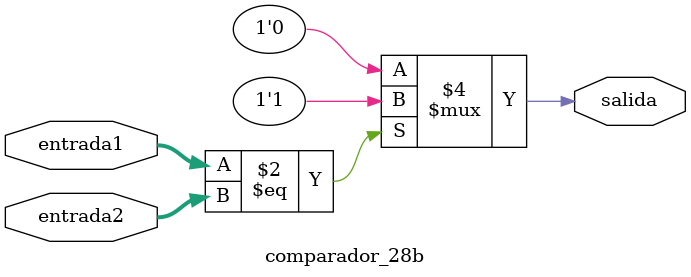
<source format=v>
`timescale 1ns / 1ps


module comparador_28b(
    input[27:0] entrada1,
    input[27:0] entrada2,
    output reg salida
    );
    
    always @(entrada2)
        if (entrada1 == entrada2) 
            salida <= 1'b1;
        else 
            salida <= 1'b0;
endmodule

</source>
